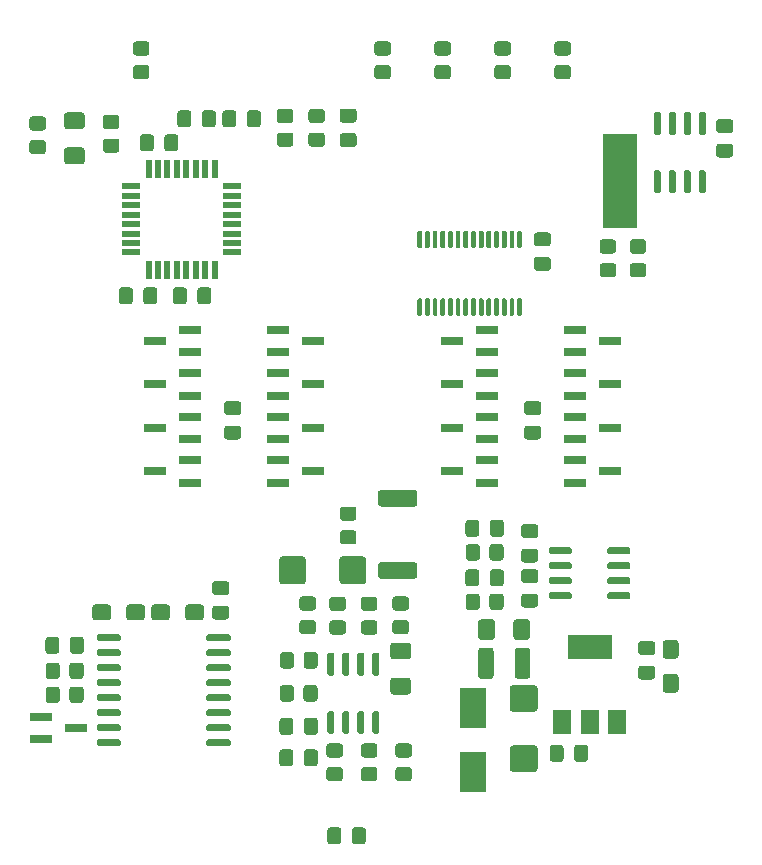
<source format=gbp>
G04 #@! TF.GenerationSoftware,KiCad,Pcbnew,5.1.12-84ad8e8a86~92~ubuntu16.04.1*
G04 #@! TF.CreationDate,2022-11-17T21:27:21+01:00*
G04 #@! TF.ProjectId,LedBar,4c656442-6172-42e6-9b69-6361645f7063,rev?*
G04 #@! TF.SameCoordinates,Original*
G04 #@! TF.FileFunction,Paste,Bot*
G04 #@! TF.FilePolarity,Positive*
%FSLAX46Y46*%
G04 Gerber Fmt 4.6, Leading zero omitted, Abs format (unit mm)*
G04 Created by KiCad (PCBNEW 5.1.12-84ad8e8a86~92~ubuntu16.04.1) date 2022-11-17 21:27:21*
%MOMM*%
%LPD*%
G01*
G04 APERTURE LIST*
%ADD10R,1.900000X0.800000*%
%ADD11R,1.500000X2.000000*%
%ADD12R,3.800000X2.000000*%
%ADD13R,2.300000X3.500000*%
%ADD14R,1.600000X0.550000*%
%ADD15R,0.550000X1.600000*%
%ADD16R,3.000000X8.000000*%
G04 APERTURE END LIST*
G36*
G01*
X160517000Y-126687000D02*
X160517000Y-128837000D01*
G75*
G02*
X160267000Y-129087000I-250000J0D01*
G01*
X159467000Y-129087000D01*
G75*
G02*
X159217000Y-128837000I0J250000D01*
G01*
X159217000Y-126687000D01*
G75*
G02*
X159467000Y-126437000I250000J0D01*
G01*
X160267000Y-126437000D01*
G75*
G02*
X160517000Y-126687000I0J-250000D01*
G01*
G37*
G36*
G01*
X163617000Y-126687000D02*
X163617000Y-128837000D01*
G75*
G02*
X163367000Y-129087000I-250000J0D01*
G01*
X162567000Y-129087000D01*
G75*
G02*
X162317000Y-128837000I0J250000D01*
G01*
X162317000Y-126687000D01*
G75*
G02*
X162567000Y-126437000I250000J0D01*
G01*
X163367000Y-126437000D01*
G75*
G02*
X163617000Y-126687000I0J-250000D01*
G01*
G37*
G36*
G01*
X162192000Y-125529500D02*
X162192000Y-124279500D01*
G75*
G02*
X162442000Y-124029500I250000J0D01*
G01*
X163367000Y-124029500D01*
G75*
G02*
X163617000Y-124279500I0J-250000D01*
G01*
X163617000Y-125529500D01*
G75*
G02*
X163367000Y-125779500I-250000J0D01*
G01*
X162442000Y-125779500D01*
G75*
G02*
X162192000Y-125529500I0J250000D01*
G01*
G37*
G36*
G01*
X159217000Y-125529500D02*
X159217000Y-124279500D01*
G75*
G02*
X159467000Y-124029500I250000J0D01*
G01*
X160392000Y-124029500D01*
G75*
G02*
X160642000Y-124279500I0J-250000D01*
G01*
X160642000Y-125529500D01*
G75*
G02*
X160392000Y-125779500I-250000J0D01*
G01*
X159467000Y-125779500D01*
G75*
G02*
X159217000Y-125529500I0J250000D01*
G01*
G37*
G36*
G01*
X127692999Y-83331000D02*
X128593001Y-83331000D01*
G75*
G02*
X128843000Y-83580999I0J-249999D01*
G01*
X128843000Y-84281001D01*
G75*
G02*
X128593001Y-84531000I-249999J0D01*
G01*
X127692999Y-84531000D01*
G75*
G02*
X127443000Y-84281001I0J249999D01*
G01*
X127443000Y-83580999D01*
G75*
G02*
X127692999Y-83331000I249999J0D01*
G01*
G37*
G36*
G01*
X127692999Y-81331000D02*
X128593001Y-81331000D01*
G75*
G02*
X128843000Y-81580999I0J-249999D01*
G01*
X128843000Y-82281001D01*
G75*
G02*
X128593001Y-82531000I-249999J0D01*
G01*
X127692999Y-82531000D01*
G75*
G02*
X127443000Y-82281001I0J249999D01*
G01*
X127443000Y-81580999D01*
G75*
G02*
X127692999Y-81331000I249999J0D01*
G01*
G37*
G36*
G01*
X124406500Y-84087000D02*
X125656500Y-84087000D01*
G75*
G02*
X125906500Y-84337000I0J-250000D01*
G01*
X125906500Y-85262000D01*
G75*
G02*
X125656500Y-85512000I-250000J0D01*
G01*
X124406500Y-85512000D01*
G75*
G02*
X124156500Y-85262000I0J250000D01*
G01*
X124156500Y-84337000D01*
G75*
G02*
X124406500Y-84087000I250000J0D01*
G01*
G37*
G36*
G01*
X124406500Y-81112000D02*
X125656500Y-81112000D01*
G75*
G02*
X125906500Y-81362000I0J-250000D01*
G01*
X125906500Y-82287000D01*
G75*
G02*
X125656500Y-82537000I-250000J0D01*
G01*
X124406500Y-82537000D01*
G75*
G02*
X124156500Y-82287000I0J250000D01*
G01*
X124156500Y-81362000D01*
G75*
G02*
X124406500Y-81112000I250000J0D01*
G01*
G37*
G36*
G01*
X124656000Y-126713000D02*
X124656000Y-125763000D01*
G75*
G02*
X124906000Y-125513000I250000J0D01*
G01*
X125581000Y-125513000D01*
G75*
G02*
X125831000Y-125763000I0J-250000D01*
G01*
X125831000Y-126713000D01*
G75*
G02*
X125581000Y-126963000I-250000J0D01*
G01*
X124906000Y-126963000D01*
G75*
G02*
X124656000Y-126713000I0J250000D01*
G01*
G37*
G36*
G01*
X122581000Y-126713000D02*
X122581000Y-125763000D01*
G75*
G02*
X122831000Y-125513000I250000J0D01*
G01*
X123506000Y-125513000D01*
G75*
G02*
X123756000Y-125763000I0J-250000D01*
G01*
X123756000Y-126713000D01*
G75*
G02*
X123506000Y-126963000I-250000J0D01*
G01*
X122831000Y-126963000D01*
G75*
G02*
X122581000Y-126713000I0J250000D01*
G01*
G37*
G36*
G01*
X137889000Y-121978000D02*
X136939000Y-121978000D01*
G75*
G02*
X136689000Y-121728000I0J250000D01*
G01*
X136689000Y-121053000D01*
G75*
G02*
X136939000Y-120803000I250000J0D01*
G01*
X137889000Y-120803000D01*
G75*
G02*
X138139000Y-121053000I0J-250000D01*
G01*
X138139000Y-121728000D01*
G75*
G02*
X137889000Y-121978000I-250000J0D01*
G01*
G37*
G36*
G01*
X137889000Y-124053000D02*
X136939000Y-124053000D01*
G75*
G02*
X136689000Y-123803000I0J250000D01*
G01*
X136689000Y-123128000D01*
G75*
G02*
X136939000Y-122878000I250000J0D01*
G01*
X137889000Y-122878000D01*
G75*
G02*
X138139000Y-123128000I0J-250000D01*
G01*
X138139000Y-123803000D01*
G75*
G02*
X137889000Y-124053000I-250000J0D01*
G01*
G37*
G36*
G01*
X124606000Y-128847001D02*
X124606000Y-127946999D01*
G75*
G02*
X124855999Y-127697000I249999J0D01*
G01*
X125556001Y-127697000D01*
G75*
G02*
X125806000Y-127946999I0J-249999D01*
G01*
X125806000Y-128847001D01*
G75*
G02*
X125556001Y-129097000I-249999J0D01*
G01*
X124855999Y-129097000D01*
G75*
G02*
X124606000Y-128847001I0J249999D01*
G01*
G37*
G36*
G01*
X122606000Y-128847001D02*
X122606000Y-127946999D01*
G75*
G02*
X122855999Y-127697000I249999J0D01*
G01*
X123556001Y-127697000D01*
G75*
G02*
X123806000Y-127946999I0J-249999D01*
G01*
X123806000Y-128847001D01*
G75*
G02*
X123556001Y-129097000I-249999J0D01*
G01*
X122855999Y-129097000D01*
G75*
G02*
X122606000Y-128847001I0J249999D01*
G01*
G37*
G36*
G01*
X162142999Y-134711500D02*
X163993001Y-134711500D01*
G75*
G02*
X164243000Y-134961499I0J-249999D01*
G01*
X164243000Y-136711501D01*
G75*
G02*
X163993001Y-136961500I-249999J0D01*
G01*
X162142999Y-136961500D01*
G75*
G02*
X161893000Y-136711501I0J249999D01*
G01*
X161893000Y-134961499D01*
G75*
G02*
X162142999Y-134711500I249999J0D01*
G01*
G37*
G36*
G01*
X162142999Y-129611500D02*
X163993001Y-129611500D01*
G75*
G02*
X164243000Y-129861499I0J-249999D01*
G01*
X164243000Y-131611501D01*
G75*
G02*
X163993001Y-131861500I-249999J0D01*
G01*
X162142999Y-131861500D01*
G75*
G02*
X161893000Y-131611501I0J249999D01*
G01*
X161893000Y-129861499D01*
G75*
G02*
X162142999Y-129611500I249999J0D01*
G01*
G37*
G36*
G01*
X166449500Y-134907000D02*
X166449500Y-135857000D01*
G75*
G02*
X166199500Y-136107000I-250000J0D01*
G01*
X165524500Y-136107000D01*
G75*
G02*
X165274500Y-135857000I0J250000D01*
G01*
X165274500Y-134907000D01*
G75*
G02*
X165524500Y-134657000I250000J0D01*
G01*
X166199500Y-134657000D01*
G75*
G02*
X166449500Y-134907000I0J-250000D01*
G01*
G37*
G36*
G01*
X168524500Y-134907000D02*
X168524500Y-135857000D01*
G75*
G02*
X168274500Y-136107000I-250000J0D01*
G01*
X167599500Y-136107000D01*
G75*
G02*
X167349500Y-135857000I0J250000D01*
G01*
X167349500Y-134907000D01*
G75*
G02*
X167599500Y-134657000I250000J0D01*
G01*
X168274500Y-134657000D01*
G75*
G02*
X168524500Y-134907000I0J-250000D01*
G01*
G37*
G36*
G01*
X138905000Y-106738000D02*
X137955000Y-106738000D01*
G75*
G02*
X137705000Y-106488000I0J250000D01*
G01*
X137705000Y-105813000D01*
G75*
G02*
X137955000Y-105563000I250000J0D01*
G01*
X138905000Y-105563000D01*
G75*
G02*
X139155000Y-105813000I0J-250000D01*
G01*
X139155000Y-106488000D01*
G75*
G02*
X138905000Y-106738000I-250000J0D01*
G01*
G37*
G36*
G01*
X138905000Y-108813000D02*
X137955000Y-108813000D01*
G75*
G02*
X137705000Y-108563000I0J250000D01*
G01*
X137705000Y-107888000D01*
G75*
G02*
X137955000Y-107638000I250000J0D01*
G01*
X138905000Y-107638000D01*
G75*
G02*
X139155000Y-107888000I0J-250000D01*
G01*
X139155000Y-108563000D01*
G75*
G02*
X138905000Y-108813000I-250000J0D01*
G01*
G37*
G36*
G01*
X164305000Y-106738000D02*
X163355000Y-106738000D01*
G75*
G02*
X163105000Y-106488000I0J250000D01*
G01*
X163105000Y-105813000D01*
G75*
G02*
X163355000Y-105563000I250000J0D01*
G01*
X164305000Y-105563000D01*
G75*
G02*
X164555000Y-105813000I0J-250000D01*
G01*
X164555000Y-106488000D01*
G75*
G02*
X164305000Y-106738000I-250000J0D01*
G01*
G37*
G36*
G01*
X164305000Y-108813000D02*
X163355000Y-108813000D01*
G75*
G02*
X163105000Y-108563000I0J250000D01*
G01*
X163105000Y-107888000D01*
G75*
G02*
X163355000Y-107638000I250000J0D01*
G01*
X164305000Y-107638000D01*
G75*
G02*
X164555000Y-107888000I0J-250000D01*
G01*
X164555000Y-108563000D01*
G75*
G02*
X164305000Y-108813000I-250000J0D01*
G01*
G37*
G36*
G01*
X148532000Y-142842000D02*
X148532000Y-141892000D01*
G75*
G02*
X148782000Y-141642000I250000J0D01*
G01*
X149457000Y-141642000D01*
G75*
G02*
X149707000Y-141892000I0J-250000D01*
G01*
X149707000Y-142842000D01*
G75*
G02*
X149457000Y-143092000I-250000J0D01*
G01*
X148782000Y-143092000D01*
G75*
G02*
X148532000Y-142842000I0J250000D01*
G01*
G37*
G36*
G01*
X146457000Y-142842000D02*
X146457000Y-141892000D01*
G75*
G02*
X146707000Y-141642000I250000J0D01*
G01*
X147382000Y-141642000D01*
G75*
G02*
X147632000Y-141892000I0J-250000D01*
G01*
X147632000Y-142842000D01*
G75*
G02*
X147382000Y-143092000I-250000J0D01*
G01*
X146707000Y-143092000D01*
G75*
G02*
X146457000Y-142842000I0J250000D01*
G01*
G37*
D10*
X131850000Y-111506000D03*
X134850000Y-112456000D03*
X134850000Y-110556000D03*
X170410000Y-111506000D03*
X167410000Y-110556000D03*
X167410000Y-112456000D03*
X131850000Y-107823000D03*
X134850000Y-108773000D03*
X134850000Y-106873000D03*
X145264000Y-107823000D03*
X142264000Y-106873000D03*
X142264000Y-108773000D03*
X156996000Y-107823000D03*
X159996000Y-108773000D03*
X159996000Y-106873000D03*
X170410000Y-107823000D03*
X167410000Y-106873000D03*
X167410000Y-108773000D03*
X131850000Y-104140000D03*
X134850000Y-105090000D03*
X134850000Y-103190000D03*
X145264000Y-104140000D03*
X142264000Y-103190000D03*
X142264000Y-105090000D03*
X156996000Y-104140000D03*
X159996000Y-105090000D03*
X159996000Y-103190000D03*
X131850000Y-100457000D03*
X134850000Y-101407000D03*
X134850000Y-99507000D03*
X145264000Y-100457000D03*
X142264000Y-99507000D03*
X142264000Y-101407000D03*
X156996000Y-100457000D03*
X159996000Y-101407000D03*
X159996000Y-99507000D03*
X170410000Y-100457000D03*
X167410000Y-99507000D03*
X167410000Y-101407000D03*
G36*
G01*
X146615999Y-136544000D02*
X147516001Y-136544000D01*
G75*
G02*
X147766000Y-136793999I0J-249999D01*
G01*
X147766000Y-137494001D01*
G75*
G02*
X147516001Y-137744000I-249999J0D01*
G01*
X146615999Y-137744000D01*
G75*
G02*
X146366000Y-137494001I0J249999D01*
G01*
X146366000Y-136793999D01*
G75*
G02*
X146615999Y-136544000I249999J0D01*
G01*
G37*
G36*
G01*
X146615999Y-134544000D02*
X147516001Y-134544000D01*
G75*
G02*
X147766000Y-134793999I0J-249999D01*
G01*
X147766000Y-135494001D01*
G75*
G02*
X147516001Y-135744000I-249999J0D01*
G01*
X146615999Y-135744000D01*
G75*
G02*
X146366000Y-135494001I0J249999D01*
G01*
X146366000Y-134793999D01*
G75*
G02*
X146615999Y-134544000I249999J0D01*
G01*
G37*
G36*
G01*
X150437001Y-135744000D02*
X149536999Y-135744000D01*
G75*
G02*
X149287000Y-135494001I0J249999D01*
G01*
X149287000Y-134793999D01*
G75*
G02*
X149536999Y-134544000I249999J0D01*
G01*
X150437001Y-134544000D01*
G75*
G02*
X150687000Y-134793999I0J-249999D01*
G01*
X150687000Y-135494001D01*
G75*
G02*
X150437001Y-135744000I-249999J0D01*
G01*
G37*
G36*
G01*
X150437001Y-137744000D02*
X149536999Y-137744000D01*
G75*
G02*
X149287000Y-137494001I0J249999D01*
G01*
X149287000Y-136793999D01*
G75*
G02*
X149536999Y-136544000I249999J0D01*
G01*
X150437001Y-136544000D01*
G75*
G02*
X150687000Y-136793999I0J-249999D01*
G01*
X150687000Y-137494001D01*
G75*
G02*
X150437001Y-137744000I-249999J0D01*
G01*
G37*
G36*
G01*
X152457999Y-136544000D02*
X153358001Y-136544000D01*
G75*
G02*
X153608000Y-136793999I0J-249999D01*
G01*
X153608000Y-137494001D01*
G75*
G02*
X153358001Y-137744000I-249999J0D01*
G01*
X152457999Y-137744000D01*
G75*
G02*
X152208000Y-137494001I0J249999D01*
G01*
X152208000Y-136793999D01*
G75*
G02*
X152457999Y-136544000I249999J0D01*
G01*
G37*
G36*
G01*
X152457999Y-134544000D02*
X153358001Y-134544000D01*
G75*
G02*
X153608000Y-134793999I0J-249999D01*
G01*
X153608000Y-135494001D01*
G75*
G02*
X153358001Y-135744000I-249999J0D01*
G01*
X152457999Y-135744000D01*
G75*
G02*
X152208000Y-135494001I0J249999D01*
G01*
X152208000Y-134793999D01*
G75*
G02*
X152457999Y-134544000I249999J0D01*
G01*
G37*
G36*
G01*
X146869999Y-124123400D02*
X147770001Y-124123400D01*
G75*
G02*
X148020000Y-124373399I0J-249999D01*
G01*
X148020000Y-125073401D01*
G75*
G02*
X147770001Y-125323400I-249999J0D01*
G01*
X146869999Y-125323400D01*
G75*
G02*
X146620000Y-125073401I0J249999D01*
G01*
X146620000Y-124373399D01*
G75*
G02*
X146869999Y-124123400I249999J0D01*
G01*
G37*
G36*
G01*
X146869999Y-122123400D02*
X147770001Y-122123400D01*
G75*
G02*
X148020000Y-122373399I0J-249999D01*
G01*
X148020000Y-123073401D01*
G75*
G02*
X147770001Y-123323400I-249999J0D01*
G01*
X146869999Y-123323400D01*
G75*
G02*
X146620000Y-123073401I0J249999D01*
G01*
X146620000Y-122373399D01*
G75*
G02*
X146869999Y-122123400I249999J0D01*
G01*
G37*
G36*
G01*
X145230001Y-123298000D02*
X144329999Y-123298000D01*
G75*
G02*
X144080000Y-123048001I0J249999D01*
G01*
X144080000Y-122347999D01*
G75*
G02*
X144329999Y-122098000I249999J0D01*
G01*
X145230001Y-122098000D01*
G75*
G02*
X145480000Y-122347999I0J-249999D01*
G01*
X145480000Y-123048001D01*
G75*
G02*
X145230001Y-123298000I-249999J0D01*
G01*
G37*
G36*
G01*
X145230001Y-125298000D02*
X144329999Y-125298000D01*
G75*
G02*
X144080000Y-125048001I0J249999D01*
G01*
X144080000Y-124347999D01*
G75*
G02*
X144329999Y-124098000I249999J0D01*
G01*
X145230001Y-124098000D01*
G75*
G02*
X145480000Y-124347999I0J-249999D01*
G01*
X145480000Y-125048001D01*
G75*
G02*
X145230001Y-125298000I-249999J0D01*
G01*
G37*
G36*
G01*
X149536999Y-124123400D02*
X150437001Y-124123400D01*
G75*
G02*
X150687000Y-124373399I0J-249999D01*
G01*
X150687000Y-125073401D01*
G75*
G02*
X150437001Y-125323400I-249999J0D01*
G01*
X149536999Y-125323400D01*
G75*
G02*
X149287000Y-125073401I0J249999D01*
G01*
X149287000Y-124373399D01*
G75*
G02*
X149536999Y-124123400I249999J0D01*
G01*
G37*
G36*
G01*
X149536999Y-122123400D02*
X150437001Y-122123400D01*
G75*
G02*
X150687000Y-122373399I0J-249999D01*
G01*
X150687000Y-123073401D01*
G75*
G02*
X150437001Y-123323400I-249999J0D01*
G01*
X149536999Y-123323400D01*
G75*
G02*
X149287000Y-123073401I0J249999D01*
G01*
X149287000Y-122373399D01*
G75*
G02*
X149536999Y-122123400I249999J0D01*
G01*
G37*
G36*
G01*
X152203999Y-124098000D02*
X153104001Y-124098000D01*
G75*
G02*
X153354000Y-124347999I0J-249999D01*
G01*
X153354000Y-125048001D01*
G75*
G02*
X153104001Y-125298000I-249999J0D01*
G01*
X152203999Y-125298000D01*
G75*
G02*
X151954000Y-125048001I0J249999D01*
G01*
X151954000Y-124347999D01*
G75*
G02*
X152203999Y-124098000I249999J0D01*
G01*
G37*
G36*
G01*
X152203999Y-122098000D02*
X153104001Y-122098000D01*
G75*
G02*
X153354000Y-122347999I0J-249999D01*
G01*
X153354000Y-123048001D01*
G75*
G02*
X153104001Y-123298000I-249999J0D01*
G01*
X152203999Y-123298000D01*
G75*
G02*
X151954000Y-123048001I0J249999D01*
G01*
X151954000Y-122347999D01*
G75*
G02*
X152203999Y-122098000I249999J0D01*
G01*
G37*
G36*
G01*
X144418000Y-130752001D02*
X144418000Y-129851999D01*
G75*
G02*
X144667999Y-129602000I249999J0D01*
G01*
X145368001Y-129602000D01*
G75*
G02*
X145618000Y-129851999I0J-249999D01*
G01*
X145618000Y-130752001D01*
G75*
G02*
X145368001Y-131002000I-249999J0D01*
G01*
X144667999Y-131002000D01*
G75*
G02*
X144418000Y-130752001I0J249999D01*
G01*
G37*
G36*
G01*
X142418000Y-130752001D02*
X142418000Y-129851999D01*
G75*
G02*
X142667999Y-129602000I249999J0D01*
G01*
X143368001Y-129602000D01*
G75*
G02*
X143618000Y-129851999I0J-249999D01*
G01*
X143618000Y-130752001D01*
G75*
G02*
X143368001Y-131002000I-249999J0D01*
G01*
X142667999Y-131002000D01*
G75*
G02*
X142418000Y-130752001I0J249999D01*
G01*
G37*
G36*
G01*
X144434000Y-127958001D02*
X144434000Y-127057999D01*
G75*
G02*
X144683999Y-126808000I249999J0D01*
G01*
X145384001Y-126808000D01*
G75*
G02*
X145634000Y-127057999I0J-249999D01*
G01*
X145634000Y-127958001D01*
G75*
G02*
X145384001Y-128208000I-249999J0D01*
G01*
X144683999Y-128208000D01*
G75*
G02*
X144434000Y-127958001I0J249999D01*
G01*
G37*
G36*
G01*
X142434000Y-127958001D02*
X142434000Y-127057999D01*
G75*
G02*
X142683999Y-126808000I249999J0D01*
G01*
X143384001Y-126808000D01*
G75*
G02*
X143634000Y-127057999I0J-249999D01*
G01*
X143634000Y-127958001D01*
G75*
G02*
X143384001Y-128208000I-249999J0D01*
G01*
X142683999Y-128208000D01*
G75*
G02*
X142434000Y-127958001I0J249999D01*
G01*
G37*
G36*
G01*
X148659001Y-115694000D02*
X147758999Y-115694000D01*
G75*
G02*
X147509000Y-115444001I0J249999D01*
G01*
X147509000Y-114743999D01*
G75*
G02*
X147758999Y-114494000I249999J0D01*
G01*
X148659001Y-114494000D01*
G75*
G02*
X148909000Y-114743999I0J-249999D01*
G01*
X148909000Y-115444001D01*
G75*
G02*
X148659001Y-115694000I-249999J0D01*
G01*
G37*
G36*
G01*
X148659001Y-117694000D02*
X147758999Y-117694000D01*
G75*
G02*
X147509000Y-117444001I0J249999D01*
G01*
X147509000Y-116743999D01*
G75*
G02*
X147758999Y-116494000I249999J0D01*
G01*
X148659001Y-116494000D01*
G75*
G02*
X148909000Y-116743999I0J-249999D01*
G01*
X148909000Y-117444001D01*
G75*
G02*
X148659001Y-117694000I-249999J0D01*
G01*
G37*
X170410000Y-104140000D03*
X167410000Y-103190000D03*
X167410000Y-105090000D03*
G36*
G01*
X160216000Y-120998000D02*
X160216000Y-120048000D01*
G75*
G02*
X160466000Y-119798000I250000J0D01*
G01*
X161141000Y-119798000D01*
G75*
G02*
X161391000Y-120048000I0J-250000D01*
G01*
X161391000Y-120998000D01*
G75*
G02*
X161141000Y-121248000I-250000J0D01*
G01*
X160466000Y-121248000D01*
G75*
G02*
X160216000Y-120998000I0J250000D01*
G01*
G37*
G36*
G01*
X158141000Y-120998000D02*
X158141000Y-120048000D01*
G75*
G02*
X158391000Y-119798000I250000J0D01*
G01*
X159066000Y-119798000D01*
G75*
G02*
X159316000Y-120048000I0J-250000D01*
G01*
X159316000Y-120998000D01*
G75*
G02*
X159066000Y-121248000I-250000J0D01*
G01*
X158391000Y-121248000D01*
G75*
G02*
X158141000Y-120998000I0J250000D01*
G01*
G37*
G36*
G01*
X163101000Y-118052000D02*
X164051000Y-118052000D01*
G75*
G02*
X164301000Y-118302000I0J-250000D01*
G01*
X164301000Y-118977000D01*
G75*
G02*
X164051000Y-119227000I-250000J0D01*
G01*
X163101000Y-119227000D01*
G75*
G02*
X162851000Y-118977000I0J250000D01*
G01*
X162851000Y-118302000D01*
G75*
G02*
X163101000Y-118052000I250000J0D01*
G01*
G37*
G36*
G01*
X163101000Y-115977000D02*
X164051000Y-115977000D01*
G75*
G02*
X164301000Y-116227000I0J-250000D01*
G01*
X164301000Y-116902000D01*
G75*
G02*
X164051000Y-117152000I-250000J0D01*
G01*
X163101000Y-117152000D01*
G75*
G02*
X162851000Y-116902000I0J250000D01*
G01*
X162851000Y-116227000D01*
G75*
G02*
X163101000Y-115977000I250000J0D01*
G01*
G37*
G36*
G01*
X160216000Y-116807000D02*
X160216000Y-115857000D01*
G75*
G02*
X160466000Y-115607000I250000J0D01*
G01*
X161141000Y-115607000D01*
G75*
G02*
X161391000Y-115857000I0J-250000D01*
G01*
X161391000Y-116807000D01*
G75*
G02*
X161141000Y-117057000I-250000J0D01*
G01*
X160466000Y-117057000D01*
G75*
G02*
X160216000Y-116807000I0J250000D01*
G01*
G37*
G36*
G01*
X158141000Y-116807000D02*
X158141000Y-115857000D01*
G75*
G02*
X158391000Y-115607000I250000J0D01*
G01*
X159066000Y-115607000D01*
G75*
G02*
X159316000Y-115857000I0J-250000D01*
G01*
X159316000Y-116807000D01*
G75*
G02*
X159066000Y-117057000I-250000J0D01*
G01*
X158391000Y-117057000D01*
G75*
G02*
X158141000Y-116807000I0J250000D01*
G01*
G37*
G36*
G01*
X173007000Y-127958000D02*
X173957000Y-127958000D01*
G75*
G02*
X174207000Y-128208000I0J-250000D01*
G01*
X174207000Y-128883000D01*
G75*
G02*
X173957000Y-129133000I-250000J0D01*
G01*
X173007000Y-129133000D01*
G75*
G02*
X172757000Y-128883000I0J250000D01*
G01*
X172757000Y-128208000D01*
G75*
G02*
X173007000Y-127958000I250000J0D01*
G01*
G37*
G36*
G01*
X173007000Y-125883000D02*
X173957000Y-125883000D01*
G75*
G02*
X174207000Y-126133000I0J-250000D01*
G01*
X174207000Y-126808000D01*
G75*
G02*
X173957000Y-127058000I-250000J0D01*
G01*
X173007000Y-127058000D01*
G75*
G02*
X172757000Y-126808000I0J250000D01*
G01*
X172757000Y-126133000D01*
G75*
G02*
X173007000Y-125883000I250000J0D01*
G01*
G37*
G36*
G01*
X175088999Y-128666000D02*
X175939001Y-128666000D01*
G75*
G02*
X176189000Y-128915999I0J-249999D01*
G01*
X176189000Y-129991001D01*
G75*
G02*
X175939001Y-130241000I-249999J0D01*
G01*
X175088999Y-130241000D01*
G75*
G02*
X174839000Y-129991001I0J249999D01*
G01*
X174839000Y-128915999D01*
G75*
G02*
X175088999Y-128666000I249999J0D01*
G01*
G37*
G36*
G01*
X175088999Y-125791000D02*
X175939001Y-125791000D01*
G75*
G02*
X176189000Y-126040999I0J-249999D01*
G01*
X176189000Y-127116001D01*
G75*
G02*
X175939001Y-127366000I-249999J0D01*
G01*
X175088999Y-127366000D01*
G75*
G02*
X174839000Y-127116001I0J249999D01*
G01*
X174839000Y-126040999D01*
G75*
G02*
X175088999Y-125791000I249999J0D01*
G01*
G37*
G36*
G01*
X164180500Y-93350500D02*
X165130500Y-93350500D01*
G75*
G02*
X165380500Y-93600500I0J-250000D01*
G01*
X165380500Y-94275500D01*
G75*
G02*
X165130500Y-94525500I-250000J0D01*
G01*
X164180500Y-94525500D01*
G75*
G02*
X163930500Y-94275500I0J250000D01*
G01*
X163930500Y-93600500D01*
G75*
G02*
X164180500Y-93350500I250000J0D01*
G01*
G37*
G36*
G01*
X164180500Y-91275500D02*
X165130500Y-91275500D01*
G75*
G02*
X165380500Y-91525500I0J-250000D01*
G01*
X165380500Y-92200500D01*
G75*
G02*
X165130500Y-92450500I-250000J0D01*
G01*
X164180500Y-92450500D01*
G75*
G02*
X163930500Y-92200500I0J250000D01*
G01*
X163930500Y-91525500D01*
G75*
G02*
X164180500Y-91275500I250000J0D01*
G01*
G37*
G36*
G01*
X160166000Y-123005001D02*
X160166000Y-122104999D01*
G75*
G02*
X160415999Y-121855000I249999J0D01*
G01*
X161116001Y-121855000D01*
G75*
G02*
X161366000Y-122104999I0J-249999D01*
G01*
X161366000Y-123005001D01*
G75*
G02*
X161116001Y-123255000I-249999J0D01*
G01*
X160415999Y-123255000D01*
G75*
G02*
X160166000Y-123005001I0J249999D01*
G01*
G37*
G36*
G01*
X158166000Y-123005001D02*
X158166000Y-122104999D01*
G75*
G02*
X158415999Y-121855000I249999J0D01*
G01*
X159116001Y-121855000D01*
G75*
G02*
X159366000Y-122104999I0J-249999D01*
G01*
X159366000Y-123005001D01*
G75*
G02*
X159116001Y-123255000I-249999J0D01*
G01*
X158415999Y-123255000D01*
G75*
G02*
X158166000Y-123005001I0J249999D01*
G01*
G37*
G36*
G01*
X160166000Y-118814001D02*
X160166000Y-117913999D01*
G75*
G02*
X160415999Y-117664000I249999J0D01*
G01*
X161116001Y-117664000D01*
G75*
G02*
X161366000Y-117913999I0J-249999D01*
G01*
X161366000Y-118814001D01*
G75*
G02*
X161116001Y-119064000I-249999J0D01*
G01*
X160415999Y-119064000D01*
G75*
G02*
X160166000Y-118814001I0J249999D01*
G01*
G37*
G36*
G01*
X158166000Y-118814001D02*
X158166000Y-117913999D01*
G75*
G02*
X158415999Y-117664000I249999J0D01*
G01*
X159116001Y-117664000D01*
G75*
G02*
X159366000Y-117913999I0J-249999D01*
G01*
X159366000Y-118814001D01*
G75*
G02*
X159116001Y-119064000I-249999J0D01*
G01*
X158415999Y-119064000D01*
G75*
G02*
X158166000Y-118814001I0J249999D01*
G01*
G37*
G36*
G01*
X122370001Y-82658000D02*
X121469999Y-82658000D01*
G75*
G02*
X121220000Y-82408001I0J249999D01*
G01*
X121220000Y-81707999D01*
G75*
G02*
X121469999Y-81458000I249999J0D01*
G01*
X122370001Y-81458000D01*
G75*
G02*
X122620000Y-81707999I0J-249999D01*
G01*
X122620000Y-82408001D01*
G75*
G02*
X122370001Y-82658000I-249999J0D01*
G01*
G37*
G36*
G01*
X122370001Y-84658000D02*
X121469999Y-84658000D01*
G75*
G02*
X121220000Y-84408001I0J249999D01*
G01*
X121220000Y-83707999D01*
G75*
G02*
X121469999Y-83458000I249999J0D01*
G01*
X122370001Y-83458000D01*
G75*
G02*
X122620000Y-83707999I0J-249999D01*
G01*
X122620000Y-84408001D01*
G75*
G02*
X122370001Y-84658000I-249999J0D01*
G01*
G37*
D11*
X170956000Y-132690000D03*
X166356000Y-132690000D03*
X168656000Y-132690000D03*
D12*
X168656000Y-126390000D03*
G36*
G01*
X130879000Y-97122000D02*
X130879000Y-96172000D01*
G75*
G02*
X131129000Y-95922000I250000J0D01*
G01*
X131804000Y-95922000D01*
G75*
G02*
X132054000Y-96172000I0J-250000D01*
G01*
X132054000Y-97122000D01*
G75*
G02*
X131804000Y-97372000I-250000J0D01*
G01*
X131129000Y-97372000D01*
G75*
G02*
X130879000Y-97122000I0J250000D01*
G01*
G37*
G36*
G01*
X128804000Y-97122000D02*
X128804000Y-96172000D01*
G75*
G02*
X129054000Y-95922000I250000J0D01*
G01*
X129729000Y-95922000D01*
G75*
G02*
X129979000Y-96172000I0J-250000D01*
G01*
X129979000Y-97122000D01*
G75*
G02*
X129729000Y-97372000I-250000J0D01*
G01*
X129054000Y-97372000D01*
G75*
G02*
X128804000Y-97122000I0J250000D01*
G01*
G37*
G36*
G01*
X142424999Y-82823000D02*
X143325001Y-82823000D01*
G75*
G02*
X143575000Y-83072999I0J-249999D01*
G01*
X143575000Y-83773001D01*
G75*
G02*
X143325001Y-84023000I-249999J0D01*
G01*
X142424999Y-84023000D01*
G75*
G02*
X142175000Y-83773001I0J249999D01*
G01*
X142175000Y-83072999D01*
G75*
G02*
X142424999Y-82823000I249999J0D01*
G01*
G37*
G36*
G01*
X142424999Y-80823000D02*
X143325001Y-80823000D01*
G75*
G02*
X143575000Y-81072999I0J-249999D01*
G01*
X143575000Y-81773001D01*
G75*
G02*
X143325001Y-82023000I-249999J0D01*
G01*
X142424999Y-82023000D01*
G75*
G02*
X142175000Y-81773001I0J249999D01*
G01*
X142175000Y-81072999D01*
G75*
G02*
X142424999Y-80823000I249999J0D01*
G01*
G37*
G36*
G01*
X169749999Y-93872000D02*
X170650001Y-93872000D01*
G75*
G02*
X170900000Y-94121999I0J-249999D01*
G01*
X170900000Y-94822001D01*
G75*
G02*
X170650001Y-95072000I-249999J0D01*
G01*
X169749999Y-95072000D01*
G75*
G02*
X169500000Y-94822001I0J249999D01*
G01*
X169500000Y-94121999D01*
G75*
G02*
X169749999Y-93872000I249999J0D01*
G01*
G37*
G36*
G01*
X169749999Y-91872000D02*
X170650001Y-91872000D01*
G75*
G02*
X170900000Y-92121999I0J-249999D01*
G01*
X170900000Y-92822001D01*
G75*
G02*
X170650001Y-93072000I-249999J0D01*
G01*
X169749999Y-93072000D01*
G75*
G02*
X169500000Y-92822001I0J249999D01*
G01*
X169500000Y-92121999D01*
G75*
G02*
X169749999Y-91872000I249999J0D01*
G01*
G37*
D10*
X156996000Y-111506000D03*
X159996000Y-112456000D03*
X159996000Y-110556000D03*
G36*
G01*
X134932000Y-81186000D02*
X134932000Y-82136000D01*
G75*
G02*
X134682000Y-82386000I-250000J0D01*
G01*
X134007000Y-82386000D01*
G75*
G02*
X133757000Y-82136000I0J250000D01*
G01*
X133757000Y-81186000D01*
G75*
G02*
X134007000Y-80936000I250000J0D01*
G01*
X134682000Y-80936000D01*
G75*
G02*
X134932000Y-81186000I0J-250000D01*
G01*
G37*
G36*
G01*
X137007000Y-81186000D02*
X137007000Y-82136000D01*
G75*
G02*
X136757000Y-82386000I-250000J0D01*
G01*
X136082000Y-82386000D01*
G75*
G02*
X135832000Y-82136000I0J250000D01*
G01*
X135832000Y-81186000D01*
G75*
G02*
X136082000Y-80936000I250000J0D01*
G01*
X136757000Y-80936000D01*
G75*
G02*
X137007000Y-81186000I0J-250000D01*
G01*
G37*
G36*
G01*
X139642000Y-82136000D02*
X139642000Y-81186000D01*
G75*
G02*
X139892000Y-80936000I250000J0D01*
G01*
X140567000Y-80936000D01*
G75*
G02*
X140817000Y-81186000I0J-250000D01*
G01*
X140817000Y-82136000D01*
G75*
G02*
X140567000Y-82386000I-250000J0D01*
G01*
X139892000Y-82386000D01*
G75*
G02*
X139642000Y-82136000I0J250000D01*
G01*
G37*
G36*
G01*
X137567000Y-82136000D02*
X137567000Y-81186000D01*
G75*
G02*
X137817000Y-80936000I250000J0D01*
G01*
X138492000Y-80936000D01*
G75*
G02*
X138742000Y-81186000I0J-250000D01*
G01*
X138742000Y-82136000D01*
G75*
G02*
X138492000Y-82386000I-250000J0D01*
G01*
X137817000Y-82386000D01*
G75*
G02*
X137567000Y-82136000I0J250000D01*
G01*
G37*
G36*
G01*
X150974999Y-119190000D02*
X153825001Y-119190000D01*
G75*
G02*
X154075000Y-119439999I0J-249999D01*
G01*
X154075000Y-120340001D01*
G75*
G02*
X153825001Y-120590000I-249999J0D01*
G01*
X150974999Y-120590000D01*
G75*
G02*
X150725000Y-120340001I0J249999D01*
G01*
X150725000Y-119439999D01*
G75*
G02*
X150974999Y-119190000I249999J0D01*
G01*
G37*
G36*
G01*
X150974999Y-113090000D02*
X153825001Y-113090000D01*
G75*
G02*
X154075000Y-113339999I0J-249999D01*
G01*
X154075000Y-114240001D01*
G75*
G02*
X153825001Y-114490000I-249999J0D01*
G01*
X150974999Y-114490000D01*
G75*
G02*
X150725000Y-114240001I0J249999D01*
G01*
X150725000Y-113339999D01*
G75*
G02*
X150974999Y-113090000I249999J0D01*
G01*
G37*
G36*
G01*
X163101000Y-121862000D02*
X164051000Y-121862000D01*
G75*
G02*
X164301000Y-122112000I0J-250000D01*
G01*
X164301000Y-122787000D01*
G75*
G02*
X164051000Y-123037000I-250000J0D01*
G01*
X163101000Y-123037000D01*
G75*
G02*
X162851000Y-122787000I0J250000D01*
G01*
X162851000Y-122112000D01*
G75*
G02*
X163101000Y-121862000I250000J0D01*
G01*
G37*
G36*
G01*
X163101000Y-119787000D02*
X164051000Y-119787000D01*
G75*
G02*
X164301000Y-120037000I0J-250000D01*
G01*
X164301000Y-120712000D01*
G75*
G02*
X164051000Y-120962000I-250000J0D01*
G01*
X163101000Y-120962000D01*
G75*
G02*
X162851000Y-120712000I0J250000D01*
G01*
X162851000Y-120037000D01*
G75*
G02*
X163101000Y-119787000I250000J0D01*
G01*
G37*
D13*
X158750000Y-136939000D03*
X158750000Y-131539000D03*
G36*
G01*
X145091999Y-82823000D02*
X145992001Y-82823000D01*
G75*
G02*
X146242000Y-83072999I0J-249999D01*
G01*
X146242000Y-83773001D01*
G75*
G02*
X145992001Y-84023000I-249999J0D01*
G01*
X145091999Y-84023000D01*
G75*
G02*
X144842000Y-83773001I0J249999D01*
G01*
X144842000Y-83072999D01*
G75*
G02*
X145091999Y-82823000I249999J0D01*
G01*
G37*
G36*
G01*
X145091999Y-80823000D02*
X145992001Y-80823000D01*
G75*
G02*
X146242000Y-81072999I0J-249999D01*
G01*
X146242000Y-81773001D01*
G75*
G02*
X145992001Y-82023000I-249999J0D01*
G01*
X145091999Y-82023000D01*
G75*
G02*
X144842000Y-81773001I0J249999D01*
G01*
X144842000Y-81072999D01*
G75*
G02*
X145091999Y-80823000I249999J0D01*
G01*
G37*
G36*
G01*
X131133001Y-76308000D02*
X130232999Y-76308000D01*
G75*
G02*
X129983000Y-76058001I0J249999D01*
G01*
X129983000Y-75357999D01*
G75*
G02*
X130232999Y-75108000I249999J0D01*
G01*
X131133001Y-75108000D01*
G75*
G02*
X131383000Y-75357999I0J-249999D01*
G01*
X131383000Y-76058001D01*
G75*
G02*
X131133001Y-76308000I-249999J0D01*
G01*
G37*
G36*
G01*
X131133001Y-78308000D02*
X130232999Y-78308000D01*
G75*
G02*
X129983000Y-78058001I0J249999D01*
G01*
X129983000Y-77357999D01*
G75*
G02*
X130232999Y-77108000I249999J0D01*
G01*
X131133001Y-77108000D01*
G75*
G02*
X131383000Y-77357999I0J-249999D01*
G01*
X131383000Y-78058001D01*
G75*
G02*
X131133001Y-78308000I-249999J0D01*
G01*
G37*
G36*
G01*
X144468000Y-136238000D02*
X144468000Y-135288000D01*
G75*
G02*
X144718000Y-135038000I250000J0D01*
G01*
X145393000Y-135038000D01*
G75*
G02*
X145643000Y-135288000I0J-250000D01*
G01*
X145643000Y-136238000D01*
G75*
G02*
X145393000Y-136488000I-250000J0D01*
G01*
X144718000Y-136488000D01*
G75*
G02*
X144468000Y-136238000I0J250000D01*
G01*
G37*
G36*
G01*
X142393000Y-136238000D02*
X142393000Y-135288000D01*
G75*
G02*
X142643000Y-135038000I250000J0D01*
G01*
X143318000Y-135038000D01*
G75*
G02*
X143568000Y-135288000I0J-250000D01*
G01*
X143568000Y-136238000D01*
G75*
G02*
X143318000Y-136488000I-250000J0D01*
G01*
X142643000Y-136488000D01*
G75*
G02*
X142393000Y-136238000I0J250000D01*
G01*
G37*
G36*
G01*
X165919999Y-77108000D02*
X166820001Y-77108000D01*
G75*
G02*
X167070000Y-77357999I0J-249999D01*
G01*
X167070000Y-78058001D01*
G75*
G02*
X166820001Y-78308000I-249999J0D01*
G01*
X165919999Y-78308000D01*
G75*
G02*
X165670000Y-78058001I0J249999D01*
G01*
X165670000Y-77357999D01*
G75*
G02*
X165919999Y-77108000I249999J0D01*
G01*
G37*
G36*
G01*
X165919999Y-75108000D02*
X166820001Y-75108000D01*
G75*
G02*
X167070000Y-75357999I0J-249999D01*
G01*
X167070000Y-76058001D01*
G75*
G02*
X166820001Y-76308000I-249999J0D01*
G01*
X165919999Y-76308000D01*
G75*
G02*
X165670000Y-76058001I0J249999D01*
G01*
X165670000Y-75357999D01*
G75*
G02*
X165919999Y-75108000I249999J0D01*
G01*
G37*
G36*
G01*
X160839999Y-77108000D02*
X161740001Y-77108000D01*
G75*
G02*
X161990000Y-77357999I0J-249999D01*
G01*
X161990000Y-78058001D01*
G75*
G02*
X161740001Y-78308000I-249999J0D01*
G01*
X160839999Y-78308000D01*
G75*
G02*
X160590000Y-78058001I0J249999D01*
G01*
X160590000Y-77357999D01*
G75*
G02*
X160839999Y-77108000I249999J0D01*
G01*
G37*
G36*
G01*
X160839999Y-75108000D02*
X161740001Y-75108000D01*
G75*
G02*
X161990000Y-75357999I0J-249999D01*
G01*
X161990000Y-76058001D01*
G75*
G02*
X161740001Y-76308000I-249999J0D01*
G01*
X160839999Y-76308000D01*
G75*
G02*
X160590000Y-76058001I0J249999D01*
G01*
X160590000Y-75357999D01*
G75*
G02*
X160839999Y-75108000I249999J0D01*
G01*
G37*
G36*
G01*
X155759999Y-77108000D02*
X156660001Y-77108000D01*
G75*
G02*
X156910000Y-77357999I0J-249999D01*
G01*
X156910000Y-78058001D01*
G75*
G02*
X156660001Y-78308000I-249999J0D01*
G01*
X155759999Y-78308000D01*
G75*
G02*
X155510000Y-78058001I0J249999D01*
G01*
X155510000Y-77357999D01*
G75*
G02*
X155759999Y-77108000I249999J0D01*
G01*
G37*
G36*
G01*
X155759999Y-75108000D02*
X156660001Y-75108000D01*
G75*
G02*
X156910000Y-75357999I0J-249999D01*
G01*
X156910000Y-76058001D01*
G75*
G02*
X156660001Y-76308000I-249999J0D01*
G01*
X155759999Y-76308000D01*
G75*
G02*
X155510000Y-76058001I0J249999D01*
G01*
X155510000Y-75357999D01*
G75*
G02*
X155759999Y-75108000I249999J0D01*
G01*
G37*
G36*
G01*
X150679999Y-77108000D02*
X151580001Y-77108000D01*
G75*
G02*
X151830000Y-77357999I0J-249999D01*
G01*
X151830000Y-78058001D01*
G75*
G02*
X151580001Y-78308000I-249999J0D01*
G01*
X150679999Y-78308000D01*
G75*
G02*
X150430000Y-78058001I0J249999D01*
G01*
X150430000Y-77357999D01*
G75*
G02*
X150679999Y-77108000I249999J0D01*
G01*
G37*
G36*
G01*
X150679999Y-75108000D02*
X151580001Y-75108000D01*
G75*
G02*
X151830000Y-75357999I0J-249999D01*
G01*
X151830000Y-76058001D01*
G75*
G02*
X151580001Y-76308000I-249999J0D01*
G01*
X150679999Y-76308000D01*
G75*
G02*
X150430000Y-76058001I0J249999D01*
G01*
X150430000Y-75357999D01*
G75*
G02*
X150679999Y-75108000I249999J0D01*
G01*
G37*
G36*
G01*
X148684000Y-81973000D02*
X147734000Y-81973000D01*
G75*
G02*
X147484000Y-81723000I0J250000D01*
G01*
X147484000Y-81048000D01*
G75*
G02*
X147734000Y-80798000I250000J0D01*
G01*
X148684000Y-80798000D01*
G75*
G02*
X148934000Y-81048000I0J-250000D01*
G01*
X148934000Y-81723000D01*
G75*
G02*
X148684000Y-81973000I-250000J0D01*
G01*
G37*
G36*
G01*
X148684000Y-84048000D02*
X147734000Y-84048000D01*
G75*
G02*
X147484000Y-83798000I0J250000D01*
G01*
X147484000Y-83123000D01*
G75*
G02*
X147734000Y-82873000I250000J0D01*
G01*
X148684000Y-82873000D01*
G75*
G02*
X148934000Y-83123000I0J-250000D01*
G01*
X148934000Y-83798000D01*
G75*
G02*
X148684000Y-84048000I-250000J0D01*
G01*
G37*
G36*
G01*
X144468000Y-133571000D02*
X144468000Y-132621000D01*
G75*
G02*
X144718000Y-132371000I250000J0D01*
G01*
X145393000Y-132371000D01*
G75*
G02*
X145643000Y-132621000I0J-250000D01*
G01*
X145643000Y-133571000D01*
G75*
G02*
X145393000Y-133821000I-250000J0D01*
G01*
X144718000Y-133821000D01*
G75*
G02*
X144468000Y-133571000I0J250000D01*
G01*
G37*
G36*
G01*
X142393000Y-133571000D02*
X142393000Y-132621000D01*
G75*
G02*
X142643000Y-132371000I250000J0D01*
G01*
X143318000Y-132371000D01*
G75*
G02*
X143568000Y-132621000I0J-250000D01*
G01*
X143568000Y-133571000D01*
G75*
G02*
X143318000Y-133821000I-250000J0D01*
G01*
X142643000Y-133821000D01*
G75*
G02*
X142393000Y-133571000I0J250000D01*
G01*
G37*
G36*
G01*
X154171000Y-96867000D02*
X154371000Y-96867000D01*
G75*
G02*
X154471000Y-96967000I0J-100000D01*
G01*
X154471000Y-98242000D01*
G75*
G02*
X154371000Y-98342000I-100000J0D01*
G01*
X154171000Y-98342000D01*
G75*
G02*
X154071000Y-98242000I0J100000D01*
G01*
X154071000Y-96967000D01*
G75*
G02*
X154171000Y-96867000I100000J0D01*
G01*
G37*
G36*
G01*
X154821000Y-96867000D02*
X155021000Y-96867000D01*
G75*
G02*
X155121000Y-96967000I0J-100000D01*
G01*
X155121000Y-98242000D01*
G75*
G02*
X155021000Y-98342000I-100000J0D01*
G01*
X154821000Y-98342000D01*
G75*
G02*
X154721000Y-98242000I0J100000D01*
G01*
X154721000Y-96967000D01*
G75*
G02*
X154821000Y-96867000I100000J0D01*
G01*
G37*
G36*
G01*
X155471000Y-96867000D02*
X155671000Y-96867000D01*
G75*
G02*
X155771000Y-96967000I0J-100000D01*
G01*
X155771000Y-98242000D01*
G75*
G02*
X155671000Y-98342000I-100000J0D01*
G01*
X155471000Y-98342000D01*
G75*
G02*
X155371000Y-98242000I0J100000D01*
G01*
X155371000Y-96967000D01*
G75*
G02*
X155471000Y-96867000I100000J0D01*
G01*
G37*
G36*
G01*
X156121000Y-96867000D02*
X156321000Y-96867000D01*
G75*
G02*
X156421000Y-96967000I0J-100000D01*
G01*
X156421000Y-98242000D01*
G75*
G02*
X156321000Y-98342000I-100000J0D01*
G01*
X156121000Y-98342000D01*
G75*
G02*
X156021000Y-98242000I0J100000D01*
G01*
X156021000Y-96967000D01*
G75*
G02*
X156121000Y-96867000I100000J0D01*
G01*
G37*
G36*
G01*
X156771000Y-96867000D02*
X156971000Y-96867000D01*
G75*
G02*
X157071000Y-96967000I0J-100000D01*
G01*
X157071000Y-98242000D01*
G75*
G02*
X156971000Y-98342000I-100000J0D01*
G01*
X156771000Y-98342000D01*
G75*
G02*
X156671000Y-98242000I0J100000D01*
G01*
X156671000Y-96967000D01*
G75*
G02*
X156771000Y-96867000I100000J0D01*
G01*
G37*
G36*
G01*
X157421000Y-96867000D02*
X157621000Y-96867000D01*
G75*
G02*
X157721000Y-96967000I0J-100000D01*
G01*
X157721000Y-98242000D01*
G75*
G02*
X157621000Y-98342000I-100000J0D01*
G01*
X157421000Y-98342000D01*
G75*
G02*
X157321000Y-98242000I0J100000D01*
G01*
X157321000Y-96967000D01*
G75*
G02*
X157421000Y-96867000I100000J0D01*
G01*
G37*
G36*
G01*
X158071000Y-96867000D02*
X158271000Y-96867000D01*
G75*
G02*
X158371000Y-96967000I0J-100000D01*
G01*
X158371000Y-98242000D01*
G75*
G02*
X158271000Y-98342000I-100000J0D01*
G01*
X158071000Y-98342000D01*
G75*
G02*
X157971000Y-98242000I0J100000D01*
G01*
X157971000Y-96967000D01*
G75*
G02*
X158071000Y-96867000I100000J0D01*
G01*
G37*
G36*
G01*
X158721000Y-96867000D02*
X158921000Y-96867000D01*
G75*
G02*
X159021000Y-96967000I0J-100000D01*
G01*
X159021000Y-98242000D01*
G75*
G02*
X158921000Y-98342000I-100000J0D01*
G01*
X158721000Y-98342000D01*
G75*
G02*
X158621000Y-98242000I0J100000D01*
G01*
X158621000Y-96967000D01*
G75*
G02*
X158721000Y-96867000I100000J0D01*
G01*
G37*
G36*
G01*
X159371000Y-96867000D02*
X159571000Y-96867000D01*
G75*
G02*
X159671000Y-96967000I0J-100000D01*
G01*
X159671000Y-98242000D01*
G75*
G02*
X159571000Y-98342000I-100000J0D01*
G01*
X159371000Y-98342000D01*
G75*
G02*
X159271000Y-98242000I0J100000D01*
G01*
X159271000Y-96967000D01*
G75*
G02*
X159371000Y-96867000I100000J0D01*
G01*
G37*
G36*
G01*
X160021000Y-96867000D02*
X160221000Y-96867000D01*
G75*
G02*
X160321000Y-96967000I0J-100000D01*
G01*
X160321000Y-98242000D01*
G75*
G02*
X160221000Y-98342000I-100000J0D01*
G01*
X160021000Y-98342000D01*
G75*
G02*
X159921000Y-98242000I0J100000D01*
G01*
X159921000Y-96967000D01*
G75*
G02*
X160021000Y-96867000I100000J0D01*
G01*
G37*
G36*
G01*
X160671000Y-96867000D02*
X160871000Y-96867000D01*
G75*
G02*
X160971000Y-96967000I0J-100000D01*
G01*
X160971000Y-98242000D01*
G75*
G02*
X160871000Y-98342000I-100000J0D01*
G01*
X160671000Y-98342000D01*
G75*
G02*
X160571000Y-98242000I0J100000D01*
G01*
X160571000Y-96967000D01*
G75*
G02*
X160671000Y-96867000I100000J0D01*
G01*
G37*
G36*
G01*
X161321000Y-96867000D02*
X161521000Y-96867000D01*
G75*
G02*
X161621000Y-96967000I0J-100000D01*
G01*
X161621000Y-98242000D01*
G75*
G02*
X161521000Y-98342000I-100000J0D01*
G01*
X161321000Y-98342000D01*
G75*
G02*
X161221000Y-98242000I0J100000D01*
G01*
X161221000Y-96967000D01*
G75*
G02*
X161321000Y-96867000I100000J0D01*
G01*
G37*
G36*
G01*
X161971000Y-96867000D02*
X162171000Y-96867000D01*
G75*
G02*
X162271000Y-96967000I0J-100000D01*
G01*
X162271000Y-98242000D01*
G75*
G02*
X162171000Y-98342000I-100000J0D01*
G01*
X161971000Y-98342000D01*
G75*
G02*
X161871000Y-98242000I0J100000D01*
G01*
X161871000Y-96967000D01*
G75*
G02*
X161971000Y-96867000I100000J0D01*
G01*
G37*
G36*
G01*
X162621000Y-96867000D02*
X162821000Y-96867000D01*
G75*
G02*
X162921000Y-96967000I0J-100000D01*
G01*
X162921000Y-98242000D01*
G75*
G02*
X162821000Y-98342000I-100000J0D01*
G01*
X162621000Y-98342000D01*
G75*
G02*
X162521000Y-98242000I0J100000D01*
G01*
X162521000Y-96967000D01*
G75*
G02*
X162621000Y-96867000I100000J0D01*
G01*
G37*
G36*
G01*
X162621000Y-91142000D02*
X162821000Y-91142000D01*
G75*
G02*
X162921000Y-91242000I0J-100000D01*
G01*
X162921000Y-92517000D01*
G75*
G02*
X162821000Y-92617000I-100000J0D01*
G01*
X162621000Y-92617000D01*
G75*
G02*
X162521000Y-92517000I0J100000D01*
G01*
X162521000Y-91242000D01*
G75*
G02*
X162621000Y-91142000I100000J0D01*
G01*
G37*
G36*
G01*
X161971000Y-91142000D02*
X162171000Y-91142000D01*
G75*
G02*
X162271000Y-91242000I0J-100000D01*
G01*
X162271000Y-92517000D01*
G75*
G02*
X162171000Y-92617000I-100000J0D01*
G01*
X161971000Y-92617000D01*
G75*
G02*
X161871000Y-92517000I0J100000D01*
G01*
X161871000Y-91242000D01*
G75*
G02*
X161971000Y-91142000I100000J0D01*
G01*
G37*
G36*
G01*
X161321000Y-91142000D02*
X161521000Y-91142000D01*
G75*
G02*
X161621000Y-91242000I0J-100000D01*
G01*
X161621000Y-92517000D01*
G75*
G02*
X161521000Y-92617000I-100000J0D01*
G01*
X161321000Y-92617000D01*
G75*
G02*
X161221000Y-92517000I0J100000D01*
G01*
X161221000Y-91242000D01*
G75*
G02*
X161321000Y-91142000I100000J0D01*
G01*
G37*
G36*
G01*
X160671000Y-91142000D02*
X160871000Y-91142000D01*
G75*
G02*
X160971000Y-91242000I0J-100000D01*
G01*
X160971000Y-92517000D01*
G75*
G02*
X160871000Y-92617000I-100000J0D01*
G01*
X160671000Y-92617000D01*
G75*
G02*
X160571000Y-92517000I0J100000D01*
G01*
X160571000Y-91242000D01*
G75*
G02*
X160671000Y-91142000I100000J0D01*
G01*
G37*
G36*
G01*
X160021000Y-91142000D02*
X160221000Y-91142000D01*
G75*
G02*
X160321000Y-91242000I0J-100000D01*
G01*
X160321000Y-92517000D01*
G75*
G02*
X160221000Y-92617000I-100000J0D01*
G01*
X160021000Y-92617000D01*
G75*
G02*
X159921000Y-92517000I0J100000D01*
G01*
X159921000Y-91242000D01*
G75*
G02*
X160021000Y-91142000I100000J0D01*
G01*
G37*
G36*
G01*
X159371000Y-91142000D02*
X159571000Y-91142000D01*
G75*
G02*
X159671000Y-91242000I0J-100000D01*
G01*
X159671000Y-92517000D01*
G75*
G02*
X159571000Y-92617000I-100000J0D01*
G01*
X159371000Y-92617000D01*
G75*
G02*
X159271000Y-92517000I0J100000D01*
G01*
X159271000Y-91242000D01*
G75*
G02*
X159371000Y-91142000I100000J0D01*
G01*
G37*
G36*
G01*
X158721000Y-91142000D02*
X158921000Y-91142000D01*
G75*
G02*
X159021000Y-91242000I0J-100000D01*
G01*
X159021000Y-92517000D01*
G75*
G02*
X158921000Y-92617000I-100000J0D01*
G01*
X158721000Y-92617000D01*
G75*
G02*
X158621000Y-92517000I0J100000D01*
G01*
X158621000Y-91242000D01*
G75*
G02*
X158721000Y-91142000I100000J0D01*
G01*
G37*
G36*
G01*
X158071000Y-91142000D02*
X158271000Y-91142000D01*
G75*
G02*
X158371000Y-91242000I0J-100000D01*
G01*
X158371000Y-92517000D01*
G75*
G02*
X158271000Y-92617000I-100000J0D01*
G01*
X158071000Y-92617000D01*
G75*
G02*
X157971000Y-92517000I0J100000D01*
G01*
X157971000Y-91242000D01*
G75*
G02*
X158071000Y-91142000I100000J0D01*
G01*
G37*
G36*
G01*
X157421000Y-91142000D02*
X157621000Y-91142000D01*
G75*
G02*
X157721000Y-91242000I0J-100000D01*
G01*
X157721000Y-92517000D01*
G75*
G02*
X157621000Y-92617000I-100000J0D01*
G01*
X157421000Y-92617000D01*
G75*
G02*
X157321000Y-92517000I0J100000D01*
G01*
X157321000Y-91242000D01*
G75*
G02*
X157421000Y-91142000I100000J0D01*
G01*
G37*
G36*
G01*
X156771000Y-91142000D02*
X156971000Y-91142000D01*
G75*
G02*
X157071000Y-91242000I0J-100000D01*
G01*
X157071000Y-92517000D01*
G75*
G02*
X156971000Y-92617000I-100000J0D01*
G01*
X156771000Y-92617000D01*
G75*
G02*
X156671000Y-92517000I0J100000D01*
G01*
X156671000Y-91242000D01*
G75*
G02*
X156771000Y-91142000I100000J0D01*
G01*
G37*
G36*
G01*
X156121000Y-91142000D02*
X156321000Y-91142000D01*
G75*
G02*
X156421000Y-91242000I0J-100000D01*
G01*
X156421000Y-92517000D01*
G75*
G02*
X156321000Y-92617000I-100000J0D01*
G01*
X156121000Y-92617000D01*
G75*
G02*
X156021000Y-92517000I0J100000D01*
G01*
X156021000Y-91242000D01*
G75*
G02*
X156121000Y-91142000I100000J0D01*
G01*
G37*
G36*
G01*
X155471000Y-91142000D02*
X155671000Y-91142000D01*
G75*
G02*
X155771000Y-91242000I0J-100000D01*
G01*
X155771000Y-92517000D01*
G75*
G02*
X155671000Y-92617000I-100000J0D01*
G01*
X155471000Y-92617000D01*
G75*
G02*
X155371000Y-92517000I0J100000D01*
G01*
X155371000Y-91242000D01*
G75*
G02*
X155471000Y-91142000I100000J0D01*
G01*
G37*
G36*
G01*
X154821000Y-91142000D02*
X155021000Y-91142000D01*
G75*
G02*
X155121000Y-91242000I0J-100000D01*
G01*
X155121000Y-92517000D01*
G75*
G02*
X155021000Y-92617000I-100000J0D01*
G01*
X154821000Y-92617000D01*
G75*
G02*
X154721000Y-92517000I0J100000D01*
G01*
X154721000Y-91242000D01*
G75*
G02*
X154821000Y-91142000I100000J0D01*
G01*
G37*
G36*
G01*
X154171000Y-91142000D02*
X154371000Y-91142000D01*
G75*
G02*
X154471000Y-91242000I0J-100000D01*
G01*
X154471000Y-92517000D01*
G75*
G02*
X154371000Y-92617000I-100000J0D01*
G01*
X154171000Y-92617000D01*
G75*
G02*
X154071000Y-92517000I0J100000D01*
G01*
X154071000Y-91242000D01*
G75*
G02*
X154171000Y-91142000I100000J0D01*
G01*
G37*
G36*
G01*
X146598500Y-131802000D02*
X146898500Y-131802000D01*
G75*
G02*
X147048500Y-131952000I0J-150000D01*
G01*
X147048500Y-133602000D01*
G75*
G02*
X146898500Y-133752000I-150000J0D01*
G01*
X146598500Y-133752000D01*
G75*
G02*
X146448500Y-133602000I0J150000D01*
G01*
X146448500Y-131952000D01*
G75*
G02*
X146598500Y-131802000I150000J0D01*
G01*
G37*
G36*
G01*
X147868500Y-131802000D02*
X148168500Y-131802000D01*
G75*
G02*
X148318500Y-131952000I0J-150000D01*
G01*
X148318500Y-133602000D01*
G75*
G02*
X148168500Y-133752000I-150000J0D01*
G01*
X147868500Y-133752000D01*
G75*
G02*
X147718500Y-133602000I0J150000D01*
G01*
X147718500Y-131952000D01*
G75*
G02*
X147868500Y-131802000I150000J0D01*
G01*
G37*
G36*
G01*
X149138500Y-131802000D02*
X149438500Y-131802000D01*
G75*
G02*
X149588500Y-131952000I0J-150000D01*
G01*
X149588500Y-133602000D01*
G75*
G02*
X149438500Y-133752000I-150000J0D01*
G01*
X149138500Y-133752000D01*
G75*
G02*
X148988500Y-133602000I0J150000D01*
G01*
X148988500Y-131952000D01*
G75*
G02*
X149138500Y-131802000I150000J0D01*
G01*
G37*
G36*
G01*
X150408500Y-131802000D02*
X150708500Y-131802000D01*
G75*
G02*
X150858500Y-131952000I0J-150000D01*
G01*
X150858500Y-133602000D01*
G75*
G02*
X150708500Y-133752000I-150000J0D01*
G01*
X150408500Y-133752000D01*
G75*
G02*
X150258500Y-133602000I0J150000D01*
G01*
X150258500Y-131952000D01*
G75*
G02*
X150408500Y-131802000I150000J0D01*
G01*
G37*
G36*
G01*
X150408500Y-126852000D02*
X150708500Y-126852000D01*
G75*
G02*
X150858500Y-127002000I0J-150000D01*
G01*
X150858500Y-128652000D01*
G75*
G02*
X150708500Y-128802000I-150000J0D01*
G01*
X150408500Y-128802000D01*
G75*
G02*
X150258500Y-128652000I0J150000D01*
G01*
X150258500Y-127002000D01*
G75*
G02*
X150408500Y-126852000I150000J0D01*
G01*
G37*
G36*
G01*
X149138500Y-126852000D02*
X149438500Y-126852000D01*
G75*
G02*
X149588500Y-127002000I0J-150000D01*
G01*
X149588500Y-128652000D01*
G75*
G02*
X149438500Y-128802000I-150000J0D01*
G01*
X149138500Y-128802000D01*
G75*
G02*
X148988500Y-128652000I0J150000D01*
G01*
X148988500Y-127002000D01*
G75*
G02*
X149138500Y-126852000I150000J0D01*
G01*
G37*
G36*
G01*
X147868500Y-126852000D02*
X148168500Y-126852000D01*
G75*
G02*
X148318500Y-127002000I0J-150000D01*
G01*
X148318500Y-128652000D01*
G75*
G02*
X148168500Y-128802000I-150000J0D01*
G01*
X147868500Y-128802000D01*
G75*
G02*
X147718500Y-128652000I0J150000D01*
G01*
X147718500Y-127002000D01*
G75*
G02*
X147868500Y-126852000I150000J0D01*
G01*
G37*
G36*
G01*
X146598500Y-126852000D02*
X146898500Y-126852000D01*
G75*
G02*
X147048500Y-127002000I0J-150000D01*
G01*
X147048500Y-128652000D01*
G75*
G02*
X146898500Y-128802000I-150000J0D01*
G01*
X146598500Y-128802000D01*
G75*
G02*
X146448500Y-128652000I0J150000D01*
G01*
X146448500Y-127002000D01*
G75*
G02*
X146598500Y-126852000I150000J0D01*
G01*
G37*
D14*
X129862000Y-87370000D03*
X129862000Y-88170000D03*
X129862000Y-88970000D03*
X129862000Y-89770000D03*
X129862000Y-90570000D03*
X129862000Y-91370000D03*
X129862000Y-92170000D03*
X129862000Y-92970000D03*
D15*
X131312000Y-94420000D03*
X132112000Y-94420000D03*
X132912000Y-94420000D03*
X133712000Y-94420000D03*
X134512000Y-94420000D03*
X135312000Y-94420000D03*
X136112000Y-94420000D03*
X136912000Y-94420000D03*
D14*
X138362000Y-92970000D03*
X138362000Y-92170000D03*
X138362000Y-91370000D03*
X138362000Y-90570000D03*
X138362000Y-89770000D03*
X138362000Y-88970000D03*
X138362000Y-88170000D03*
X138362000Y-87370000D03*
D15*
X136912000Y-85920000D03*
X136112000Y-85920000D03*
X135312000Y-85920000D03*
X134512000Y-85920000D03*
X133712000Y-85920000D03*
X132912000Y-85920000D03*
X132112000Y-85920000D03*
X131312000Y-85920000D03*
G36*
G01*
X128963000Y-125453000D02*
X128963000Y-125753000D01*
G75*
G02*
X128813000Y-125903000I-150000J0D01*
G01*
X127063000Y-125903000D01*
G75*
G02*
X126913000Y-125753000I0J150000D01*
G01*
X126913000Y-125453000D01*
G75*
G02*
X127063000Y-125303000I150000J0D01*
G01*
X128813000Y-125303000D01*
G75*
G02*
X128963000Y-125453000I0J-150000D01*
G01*
G37*
G36*
G01*
X128963000Y-126723000D02*
X128963000Y-127023000D01*
G75*
G02*
X128813000Y-127173000I-150000J0D01*
G01*
X127063000Y-127173000D01*
G75*
G02*
X126913000Y-127023000I0J150000D01*
G01*
X126913000Y-126723000D01*
G75*
G02*
X127063000Y-126573000I150000J0D01*
G01*
X128813000Y-126573000D01*
G75*
G02*
X128963000Y-126723000I0J-150000D01*
G01*
G37*
G36*
G01*
X128963000Y-127993000D02*
X128963000Y-128293000D01*
G75*
G02*
X128813000Y-128443000I-150000J0D01*
G01*
X127063000Y-128443000D01*
G75*
G02*
X126913000Y-128293000I0J150000D01*
G01*
X126913000Y-127993000D01*
G75*
G02*
X127063000Y-127843000I150000J0D01*
G01*
X128813000Y-127843000D01*
G75*
G02*
X128963000Y-127993000I0J-150000D01*
G01*
G37*
G36*
G01*
X128963000Y-129263000D02*
X128963000Y-129563000D01*
G75*
G02*
X128813000Y-129713000I-150000J0D01*
G01*
X127063000Y-129713000D01*
G75*
G02*
X126913000Y-129563000I0J150000D01*
G01*
X126913000Y-129263000D01*
G75*
G02*
X127063000Y-129113000I150000J0D01*
G01*
X128813000Y-129113000D01*
G75*
G02*
X128963000Y-129263000I0J-150000D01*
G01*
G37*
G36*
G01*
X128963000Y-130533000D02*
X128963000Y-130833000D01*
G75*
G02*
X128813000Y-130983000I-150000J0D01*
G01*
X127063000Y-130983000D01*
G75*
G02*
X126913000Y-130833000I0J150000D01*
G01*
X126913000Y-130533000D01*
G75*
G02*
X127063000Y-130383000I150000J0D01*
G01*
X128813000Y-130383000D01*
G75*
G02*
X128963000Y-130533000I0J-150000D01*
G01*
G37*
G36*
G01*
X128963000Y-131803000D02*
X128963000Y-132103000D01*
G75*
G02*
X128813000Y-132253000I-150000J0D01*
G01*
X127063000Y-132253000D01*
G75*
G02*
X126913000Y-132103000I0J150000D01*
G01*
X126913000Y-131803000D01*
G75*
G02*
X127063000Y-131653000I150000J0D01*
G01*
X128813000Y-131653000D01*
G75*
G02*
X128963000Y-131803000I0J-150000D01*
G01*
G37*
G36*
G01*
X128963000Y-133073000D02*
X128963000Y-133373000D01*
G75*
G02*
X128813000Y-133523000I-150000J0D01*
G01*
X127063000Y-133523000D01*
G75*
G02*
X126913000Y-133373000I0J150000D01*
G01*
X126913000Y-133073000D01*
G75*
G02*
X127063000Y-132923000I150000J0D01*
G01*
X128813000Y-132923000D01*
G75*
G02*
X128963000Y-133073000I0J-150000D01*
G01*
G37*
G36*
G01*
X128963000Y-134343000D02*
X128963000Y-134643000D01*
G75*
G02*
X128813000Y-134793000I-150000J0D01*
G01*
X127063000Y-134793000D01*
G75*
G02*
X126913000Y-134643000I0J150000D01*
G01*
X126913000Y-134343000D01*
G75*
G02*
X127063000Y-134193000I150000J0D01*
G01*
X128813000Y-134193000D01*
G75*
G02*
X128963000Y-134343000I0J-150000D01*
G01*
G37*
G36*
G01*
X138263000Y-134343000D02*
X138263000Y-134643000D01*
G75*
G02*
X138113000Y-134793000I-150000J0D01*
G01*
X136363000Y-134793000D01*
G75*
G02*
X136213000Y-134643000I0J150000D01*
G01*
X136213000Y-134343000D01*
G75*
G02*
X136363000Y-134193000I150000J0D01*
G01*
X138113000Y-134193000D01*
G75*
G02*
X138263000Y-134343000I0J-150000D01*
G01*
G37*
G36*
G01*
X138263000Y-133073000D02*
X138263000Y-133373000D01*
G75*
G02*
X138113000Y-133523000I-150000J0D01*
G01*
X136363000Y-133523000D01*
G75*
G02*
X136213000Y-133373000I0J150000D01*
G01*
X136213000Y-133073000D01*
G75*
G02*
X136363000Y-132923000I150000J0D01*
G01*
X138113000Y-132923000D01*
G75*
G02*
X138263000Y-133073000I0J-150000D01*
G01*
G37*
G36*
G01*
X138263000Y-131803000D02*
X138263000Y-132103000D01*
G75*
G02*
X138113000Y-132253000I-150000J0D01*
G01*
X136363000Y-132253000D01*
G75*
G02*
X136213000Y-132103000I0J150000D01*
G01*
X136213000Y-131803000D01*
G75*
G02*
X136363000Y-131653000I150000J0D01*
G01*
X138113000Y-131653000D01*
G75*
G02*
X138263000Y-131803000I0J-150000D01*
G01*
G37*
G36*
G01*
X138263000Y-130533000D02*
X138263000Y-130833000D01*
G75*
G02*
X138113000Y-130983000I-150000J0D01*
G01*
X136363000Y-130983000D01*
G75*
G02*
X136213000Y-130833000I0J150000D01*
G01*
X136213000Y-130533000D01*
G75*
G02*
X136363000Y-130383000I150000J0D01*
G01*
X138113000Y-130383000D01*
G75*
G02*
X138263000Y-130533000I0J-150000D01*
G01*
G37*
G36*
G01*
X138263000Y-129263000D02*
X138263000Y-129563000D01*
G75*
G02*
X138113000Y-129713000I-150000J0D01*
G01*
X136363000Y-129713000D01*
G75*
G02*
X136213000Y-129563000I0J150000D01*
G01*
X136213000Y-129263000D01*
G75*
G02*
X136363000Y-129113000I150000J0D01*
G01*
X138113000Y-129113000D01*
G75*
G02*
X138263000Y-129263000I0J-150000D01*
G01*
G37*
G36*
G01*
X138263000Y-127993000D02*
X138263000Y-128293000D01*
G75*
G02*
X138113000Y-128443000I-150000J0D01*
G01*
X136363000Y-128443000D01*
G75*
G02*
X136213000Y-128293000I0J150000D01*
G01*
X136213000Y-127993000D01*
G75*
G02*
X136363000Y-127843000I150000J0D01*
G01*
X138113000Y-127843000D01*
G75*
G02*
X138263000Y-127993000I0J-150000D01*
G01*
G37*
G36*
G01*
X138263000Y-126723000D02*
X138263000Y-127023000D01*
G75*
G02*
X138113000Y-127173000I-150000J0D01*
G01*
X136363000Y-127173000D01*
G75*
G02*
X136213000Y-127023000I0J150000D01*
G01*
X136213000Y-126723000D01*
G75*
G02*
X136363000Y-126573000I150000J0D01*
G01*
X138113000Y-126573000D01*
G75*
G02*
X138263000Y-126723000I0J-150000D01*
G01*
G37*
G36*
G01*
X138263000Y-125453000D02*
X138263000Y-125753000D01*
G75*
G02*
X138113000Y-125903000I-150000J0D01*
G01*
X136363000Y-125903000D01*
G75*
G02*
X136213000Y-125753000I0J150000D01*
G01*
X136213000Y-125453000D01*
G75*
G02*
X136363000Y-125303000I150000J0D01*
G01*
X138113000Y-125303000D01*
G75*
G02*
X138263000Y-125453000I0J-150000D01*
G01*
G37*
G36*
G01*
X124606000Y-130879001D02*
X124606000Y-129978999D01*
G75*
G02*
X124855999Y-129729000I249999J0D01*
G01*
X125556001Y-129729000D01*
G75*
G02*
X125806000Y-129978999I0J-249999D01*
G01*
X125806000Y-130879001D01*
G75*
G02*
X125556001Y-131129000I-249999J0D01*
G01*
X124855999Y-131129000D01*
G75*
G02*
X124606000Y-130879001I0J249999D01*
G01*
G37*
G36*
G01*
X122606000Y-130879001D02*
X122606000Y-129978999D01*
G75*
G02*
X122855999Y-129729000I249999J0D01*
G01*
X123556001Y-129729000D01*
G75*
G02*
X123806000Y-129978999I0J-249999D01*
G01*
X123806000Y-130879001D01*
G75*
G02*
X123556001Y-131129000I-249999J0D01*
G01*
X122855999Y-131129000D01*
G75*
G02*
X122606000Y-130879001I0J249999D01*
G01*
G37*
G36*
G01*
X152029000Y-128981500D02*
X153279000Y-128981500D01*
G75*
G02*
X153529000Y-129231500I0J-250000D01*
G01*
X153529000Y-130156500D01*
G75*
G02*
X153279000Y-130406500I-250000J0D01*
G01*
X152029000Y-130406500D01*
G75*
G02*
X151779000Y-130156500I0J250000D01*
G01*
X151779000Y-129231500D01*
G75*
G02*
X152029000Y-128981500I250000J0D01*
G01*
G37*
G36*
G01*
X152029000Y-126006500D02*
X153279000Y-126006500D01*
G75*
G02*
X153529000Y-126256500I0J-250000D01*
G01*
X153529000Y-127181500D01*
G75*
G02*
X153279000Y-127431500I-250000J0D01*
G01*
X152029000Y-127431500D01*
G75*
G02*
X151779000Y-127181500I0J250000D01*
G01*
X151779000Y-126256500D01*
G75*
G02*
X152029000Y-126006500I250000J0D01*
G01*
G37*
D10*
X125198000Y-133223000D03*
X122198000Y-132273000D03*
X122198000Y-134173000D03*
G36*
G01*
X144625000Y-118962999D02*
X144625000Y-120813001D01*
G75*
G02*
X144375001Y-121063000I-249999J0D01*
G01*
X142624999Y-121063000D01*
G75*
G02*
X142375000Y-120813001I0J249999D01*
G01*
X142375000Y-118962999D01*
G75*
G02*
X142624999Y-118713000I249999J0D01*
G01*
X144375001Y-118713000D01*
G75*
G02*
X144625000Y-118962999I0J-249999D01*
G01*
G37*
G36*
G01*
X149725000Y-118962999D02*
X149725000Y-120813001D01*
G75*
G02*
X149475001Y-121063000I-249999J0D01*
G01*
X147724999Y-121063000D01*
G75*
G02*
X147475000Y-120813001I0J249999D01*
G01*
X147475000Y-118962999D01*
G75*
G02*
X147724999Y-118713000I249999J0D01*
G01*
X149475001Y-118713000D01*
G75*
G02*
X149725000Y-118962999I0J-249999D01*
G01*
G37*
G36*
G01*
X135451000Y-97122000D02*
X135451000Y-96172000D01*
G75*
G02*
X135701000Y-95922000I250000J0D01*
G01*
X136376000Y-95922000D01*
G75*
G02*
X136626000Y-96172000I0J-250000D01*
G01*
X136626000Y-97122000D01*
G75*
G02*
X136376000Y-97372000I-250000J0D01*
G01*
X135701000Y-97372000D01*
G75*
G02*
X135451000Y-97122000I0J250000D01*
G01*
G37*
G36*
G01*
X133376000Y-97122000D02*
X133376000Y-96172000D01*
G75*
G02*
X133626000Y-95922000I250000J0D01*
G01*
X134301000Y-95922000D01*
G75*
G02*
X134551000Y-96172000I0J-250000D01*
G01*
X134551000Y-97122000D01*
G75*
G02*
X134301000Y-97372000I-250000J0D01*
G01*
X133626000Y-97372000D01*
G75*
G02*
X133376000Y-97122000I0J250000D01*
G01*
G37*
G36*
G01*
X131757000Y-83218000D02*
X131757000Y-84168000D01*
G75*
G02*
X131507000Y-84418000I-250000J0D01*
G01*
X130832000Y-84418000D01*
G75*
G02*
X130582000Y-84168000I0J250000D01*
G01*
X130582000Y-83218000D01*
G75*
G02*
X130832000Y-82968000I250000J0D01*
G01*
X131507000Y-82968000D01*
G75*
G02*
X131757000Y-83218000I0J-250000D01*
G01*
G37*
G36*
G01*
X133832000Y-83218000D02*
X133832000Y-84168000D01*
G75*
G02*
X133582000Y-84418000I-250000J0D01*
G01*
X132907000Y-84418000D01*
G75*
G02*
X132657000Y-84168000I0J250000D01*
G01*
X132657000Y-83218000D01*
G75*
G02*
X132907000Y-82968000I250000J0D01*
G01*
X133582000Y-82968000D01*
G75*
G02*
X133832000Y-83218000I0J-250000D01*
G01*
G37*
G36*
G01*
X134421500Y-123869001D02*
X134421500Y-123018999D01*
G75*
G02*
X134671499Y-122769000I249999J0D01*
G01*
X135746501Y-122769000D01*
G75*
G02*
X135996500Y-123018999I0J-249999D01*
G01*
X135996500Y-123869001D01*
G75*
G02*
X135746501Y-124119000I-249999J0D01*
G01*
X134671499Y-124119000D01*
G75*
G02*
X134421500Y-123869001I0J249999D01*
G01*
G37*
G36*
G01*
X131546500Y-123869001D02*
X131546500Y-123018999D01*
G75*
G02*
X131796499Y-122769000I249999J0D01*
G01*
X132871501Y-122769000D01*
G75*
G02*
X133121500Y-123018999I0J-249999D01*
G01*
X133121500Y-123869001D01*
G75*
G02*
X132871501Y-124119000I-249999J0D01*
G01*
X131796499Y-124119000D01*
G75*
G02*
X131546500Y-123869001I0J249999D01*
G01*
G37*
G36*
G01*
X128128000Y-123018999D02*
X128128000Y-123869001D01*
G75*
G02*
X127878001Y-124119000I-249999J0D01*
G01*
X126802999Y-124119000D01*
G75*
G02*
X126553000Y-123869001I0J249999D01*
G01*
X126553000Y-123018999D01*
G75*
G02*
X126802999Y-122769000I249999J0D01*
G01*
X127878001Y-122769000D01*
G75*
G02*
X128128000Y-123018999I0J-249999D01*
G01*
G37*
G36*
G01*
X131003000Y-123018999D02*
X131003000Y-123869001D01*
G75*
G02*
X130753001Y-124119000I-249999J0D01*
G01*
X129677999Y-124119000D01*
G75*
G02*
X129428000Y-123869001I0J249999D01*
G01*
X129428000Y-123018999D01*
G75*
G02*
X129677999Y-122769000I249999J0D01*
G01*
X130753001Y-122769000D01*
G75*
G02*
X131003000Y-123018999I0J-249999D01*
G01*
G37*
G36*
G01*
X174241000Y-86020000D02*
X174541000Y-86020000D01*
G75*
G02*
X174691000Y-86170000I0J-150000D01*
G01*
X174691000Y-87820000D01*
G75*
G02*
X174541000Y-87970000I-150000J0D01*
G01*
X174241000Y-87970000D01*
G75*
G02*
X174091000Y-87820000I0J150000D01*
G01*
X174091000Y-86170000D01*
G75*
G02*
X174241000Y-86020000I150000J0D01*
G01*
G37*
G36*
G01*
X175511000Y-86020000D02*
X175811000Y-86020000D01*
G75*
G02*
X175961000Y-86170000I0J-150000D01*
G01*
X175961000Y-87820000D01*
G75*
G02*
X175811000Y-87970000I-150000J0D01*
G01*
X175511000Y-87970000D01*
G75*
G02*
X175361000Y-87820000I0J150000D01*
G01*
X175361000Y-86170000D01*
G75*
G02*
X175511000Y-86020000I150000J0D01*
G01*
G37*
G36*
G01*
X176781000Y-86020000D02*
X177081000Y-86020000D01*
G75*
G02*
X177231000Y-86170000I0J-150000D01*
G01*
X177231000Y-87820000D01*
G75*
G02*
X177081000Y-87970000I-150000J0D01*
G01*
X176781000Y-87970000D01*
G75*
G02*
X176631000Y-87820000I0J150000D01*
G01*
X176631000Y-86170000D01*
G75*
G02*
X176781000Y-86020000I150000J0D01*
G01*
G37*
G36*
G01*
X178051000Y-86020000D02*
X178351000Y-86020000D01*
G75*
G02*
X178501000Y-86170000I0J-150000D01*
G01*
X178501000Y-87820000D01*
G75*
G02*
X178351000Y-87970000I-150000J0D01*
G01*
X178051000Y-87970000D01*
G75*
G02*
X177901000Y-87820000I0J150000D01*
G01*
X177901000Y-86170000D01*
G75*
G02*
X178051000Y-86020000I150000J0D01*
G01*
G37*
G36*
G01*
X178051000Y-81070000D02*
X178351000Y-81070000D01*
G75*
G02*
X178501000Y-81220000I0J-150000D01*
G01*
X178501000Y-82870000D01*
G75*
G02*
X178351000Y-83020000I-150000J0D01*
G01*
X178051000Y-83020000D01*
G75*
G02*
X177901000Y-82870000I0J150000D01*
G01*
X177901000Y-81220000D01*
G75*
G02*
X178051000Y-81070000I150000J0D01*
G01*
G37*
G36*
G01*
X176781000Y-81070000D02*
X177081000Y-81070000D01*
G75*
G02*
X177231000Y-81220000I0J-150000D01*
G01*
X177231000Y-82870000D01*
G75*
G02*
X177081000Y-83020000I-150000J0D01*
G01*
X176781000Y-83020000D01*
G75*
G02*
X176631000Y-82870000I0J150000D01*
G01*
X176631000Y-81220000D01*
G75*
G02*
X176781000Y-81070000I150000J0D01*
G01*
G37*
G36*
G01*
X175511000Y-81070000D02*
X175811000Y-81070000D01*
G75*
G02*
X175961000Y-81220000I0J-150000D01*
G01*
X175961000Y-82870000D01*
G75*
G02*
X175811000Y-83020000I-150000J0D01*
G01*
X175511000Y-83020000D01*
G75*
G02*
X175361000Y-82870000I0J150000D01*
G01*
X175361000Y-81220000D01*
G75*
G02*
X175511000Y-81070000I150000J0D01*
G01*
G37*
G36*
G01*
X174241000Y-81070000D02*
X174541000Y-81070000D01*
G75*
G02*
X174691000Y-81220000I0J-150000D01*
G01*
X174691000Y-82870000D01*
G75*
G02*
X174541000Y-83020000I-150000J0D01*
G01*
X174241000Y-83020000D01*
G75*
G02*
X174091000Y-82870000I0J150000D01*
G01*
X174091000Y-81220000D01*
G75*
G02*
X174241000Y-81070000I150000J0D01*
G01*
G37*
G36*
G01*
X172299999Y-93870000D02*
X173200001Y-93870000D01*
G75*
G02*
X173450000Y-94119999I0J-249999D01*
G01*
X173450000Y-94820001D01*
G75*
G02*
X173200001Y-95070000I-249999J0D01*
G01*
X172299999Y-95070000D01*
G75*
G02*
X172050000Y-94820001I0J249999D01*
G01*
X172050000Y-94119999D01*
G75*
G02*
X172299999Y-93870000I249999J0D01*
G01*
G37*
G36*
G01*
X172299999Y-91870000D02*
X173200001Y-91870000D01*
G75*
G02*
X173450000Y-92119999I0J-249999D01*
G01*
X173450000Y-92820001D01*
G75*
G02*
X173200001Y-93070000I-249999J0D01*
G01*
X172299999Y-93070000D01*
G75*
G02*
X172050000Y-92820001I0J249999D01*
G01*
X172050000Y-92119999D01*
G75*
G02*
X172299999Y-91870000I249999J0D01*
G01*
G37*
G36*
G01*
X180561000Y-82862000D02*
X179611000Y-82862000D01*
G75*
G02*
X179361000Y-82612000I0J250000D01*
G01*
X179361000Y-81937000D01*
G75*
G02*
X179611000Y-81687000I250000J0D01*
G01*
X180561000Y-81687000D01*
G75*
G02*
X180811000Y-81937000I0J-250000D01*
G01*
X180811000Y-82612000D01*
G75*
G02*
X180561000Y-82862000I-250000J0D01*
G01*
G37*
G36*
G01*
X180561000Y-84937000D02*
X179611000Y-84937000D01*
G75*
G02*
X179361000Y-84687000I0J250000D01*
G01*
X179361000Y-84012000D01*
G75*
G02*
X179611000Y-83762000I250000J0D01*
G01*
X180561000Y-83762000D01*
G75*
G02*
X180811000Y-84012000I0J-250000D01*
G01*
X180811000Y-84687000D01*
G75*
G02*
X180561000Y-84937000I-250000J0D01*
G01*
G37*
D16*
X171262000Y-86883000D03*
G36*
G01*
X167156000Y-118087000D02*
X167156000Y-118387000D01*
G75*
G02*
X167006000Y-118537000I-150000J0D01*
G01*
X165356000Y-118537000D01*
G75*
G02*
X165206000Y-118387000I0J150000D01*
G01*
X165206000Y-118087000D01*
G75*
G02*
X165356000Y-117937000I150000J0D01*
G01*
X167006000Y-117937000D01*
G75*
G02*
X167156000Y-118087000I0J-150000D01*
G01*
G37*
G36*
G01*
X167156000Y-119357000D02*
X167156000Y-119657000D01*
G75*
G02*
X167006000Y-119807000I-150000J0D01*
G01*
X165356000Y-119807000D01*
G75*
G02*
X165206000Y-119657000I0J150000D01*
G01*
X165206000Y-119357000D01*
G75*
G02*
X165356000Y-119207000I150000J0D01*
G01*
X167006000Y-119207000D01*
G75*
G02*
X167156000Y-119357000I0J-150000D01*
G01*
G37*
G36*
G01*
X167156000Y-120627000D02*
X167156000Y-120927000D01*
G75*
G02*
X167006000Y-121077000I-150000J0D01*
G01*
X165356000Y-121077000D01*
G75*
G02*
X165206000Y-120927000I0J150000D01*
G01*
X165206000Y-120627000D01*
G75*
G02*
X165356000Y-120477000I150000J0D01*
G01*
X167006000Y-120477000D01*
G75*
G02*
X167156000Y-120627000I0J-150000D01*
G01*
G37*
G36*
G01*
X167156000Y-121897000D02*
X167156000Y-122197000D01*
G75*
G02*
X167006000Y-122347000I-150000J0D01*
G01*
X165356000Y-122347000D01*
G75*
G02*
X165206000Y-122197000I0J150000D01*
G01*
X165206000Y-121897000D01*
G75*
G02*
X165356000Y-121747000I150000J0D01*
G01*
X167006000Y-121747000D01*
G75*
G02*
X167156000Y-121897000I0J-150000D01*
G01*
G37*
G36*
G01*
X172106000Y-121897000D02*
X172106000Y-122197000D01*
G75*
G02*
X171956000Y-122347000I-150000J0D01*
G01*
X170306000Y-122347000D01*
G75*
G02*
X170156000Y-122197000I0J150000D01*
G01*
X170156000Y-121897000D01*
G75*
G02*
X170306000Y-121747000I150000J0D01*
G01*
X171956000Y-121747000D01*
G75*
G02*
X172106000Y-121897000I0J-150000D01*
G01*
G37*
G36*
G01*
X172106000Y-120627000D02*
X172106000Y-120927000D01*
G75*
G02*
X171956000Y-121077000I-150000J0D01*
G01*
X170306000Y-121077000D01*
G75*
G02*
X170156000Y-120927000I0J150000D01*
G01*
X170156000Y-120627000D01*
G75*
G02*
X170306000Y-120477000I150000J0D01*
G01*
X171956000Y-120477000D01*
G75*
G02*
X172106000Y-120627000I0J-150000D01*
G01*
G37*
G36*
G01*
X172106000Y-119357000D02*
X172106000Y-119657000D01*
G75*
G02*
X171956000Y-119807000I-150000J0D01*
G01*
X170306000Y-119807000D01*
G75*
G02*
X170156000Y-119657000I0J150000D01*
G01*
X170156000Y-119357000D01*
G75*
G02*
X170306000Y-119207000I150000J0D01*
G01*
X171956000Y-119207000D01*
G75*
G02*
X172106000Y-119357000I0J-150000D01*
G01*
G37*
G36*
G01*
X172106000Y-118087000D02*
X172106000Y-118387000D01*
G75*
G02*
X171956000Y-118537000I-150000J0D01*
G01*
X170306000Y-118537000D01*
G75*
G02*
X170156000Y-118387000I0J150000D01*
G01*
X170156000Y-118087000D01*
G75*
G02*
X170306000Y-117937000I150000J0D01*
G01*
X171956000Y-117937000D01*
G75*
G02*
X172106000Y-118087000I0J-150000D01*
G01*
G37*
D10*
X145264000Y-111506000D03*
X142264000Y-110556000D03*
X142264000Y-112456000D03*
M02*

</source>
